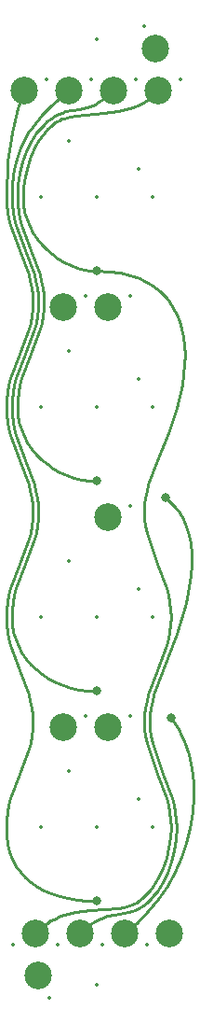
<source format=gbl>
%TF.GenerationSoftware,KiCad,Pcbnew,5.0.0+dfsg1-2*%
%TF.CreationDate,2019-02-10T19:26:03+01:00*%
%TF.ProjectId,yatara-puno-mx-4,7961746172612D70756E6F2D6D782D34,0.2*%
%TF.SameCoordinates,Original*%
%TF.FileFunction,Copper,L2,Bot,Signal*%
%TF.FilePolarity,Positive*%
%FSLAX46Y46*%
G04 Gerber Fmt 4.6, Leading zero omitted, Abs format (unit mm)*
G04 Created by KiCad (PCBNEW 5.0.0+dfsg1-2) date Sun Feb 10 19:26:03 2019*
%MOMM*%
%LPD*%
G01*
G04 APERTURE LIST*
%ADD10C,2.500000*%
%ADD11C,0.800000*%
%ADD12C,0.250000*%
%ADD13C,0.350000*%
G04 APERTURE END LIST*
D10*
X71460000Y-33398000D03*
X67396000Y-33398000D03*
X79588000Y-33398000D03*
X75524000Y-33398000D03*
X75016000Y-91183000D03*
X80602000Y-109852000D03*
X76538000Y-109852000D03*
X72476000Y-109852000D03*
X68410000Y-109852000D03*
X79334000Y-29588000D03*
X68664000Y-113662000D03*
X75016000Y-72133000D03*
X70952000Y-53083000D03*
X75016000Y-53083000D03*
X70952000Y-91183000D03*
D11*
X74000000Y-49781000D03*
X74000000Y-68831000D03*
X80223000Y-70355000D03*
X74000000Y-106931000D03*
X80763000Y-90345000D03*
X74000000Y-87881000D03*
D12*
X80704000Y-99505000D02*
X80731000Y-100200000D01*
X80628000Y-98845000D02*
X80704000Y-99505000D01*
X80510000Y-98215000D02*
X80628000Y-98845000D01*
X80357000Y-97611000D02*
X80510000Y-98215000D01*
X79532000Y-95359000D02*
X80357000Y-97611000D01*
X78704000Y-93147000D02*
X79532000Y-95359000D01*
X78548000Y-92565000D02*
X78704000Y-93147000D01*
X78428000Y-91962000D02*
X78548000Y-92565000D01*
X78348000Y-91334000D02*
X78428000Y-91962000D01*
X78318000Y-90675000D02*
X78348000Y-91334000D01*
X78342000Y-90016000D02*
X78318000Y-90675000D01*
X78416000Y-89388000D02*
X78342000Y-90016000D01*
X78533000Y-88785000D02*
X78416000Y-89388000D01*
X78686000Y-88203000D02*
X78533000Y-88785000D01*
X79517000Y-85991000D02*
X78686000Y-88203000D01*
X80351000Y-83739000D02*
X79517000Y-85991000D01*
X80507000Y-83135000D02*
X80351000Y-83739000D01*
X80626000Y-82505000D02*
X80507000Y-83135000D01*
X80704000Y-81845000D02*
X80626000Y-82505000D01*
X80731000Y-81150000D02*
X80704000Y-81845000D01*
X73401000Y-49747000D02*
X74000000Y-49781000D01*
X72799000Y-49648000D02*
X73401000Y-49747000D01*
X72200000Y-49486000D02*
X72799000Y-49648000D01*
X71609000Y-49265000D02*
X72200000Y-49486000D01*
X71032000Y-48987000D02*
X71609000Y-49265000D01*
X70475000Y-48656000D02*
X71032000Y-48987000D01*
X69944000Y-48274000D02*
X70475000Y-48656000D01*
X69444000Y-47844000D02*
X69944000Y-48274000D01*
X68981000Y-47370000D02*
X69444000Y-47844000D01*
X68562000Y-46854000D02*
X68981000Y-47370000D01*
X68191000Y-46299000D02*
X68562000Y-46854000D01*
X67874000Y-45709000D02*
X68191000Y-46299000D01*
X67618000Y-45086000D02*
X67874000Y-45709000D01*
X67428000Y-44433000D02*
X67618000Y-45086000D01*
X67310000Y-43753000D02*
X67428000Y-44433000D01*
X67269000Y-43050000D02*
X67310000Y-43753000D01*
X79335000Y-33672000D02*
X79588000Y-33398000D01*
X79070000Y-33920000D02*
X79335000Y-33672000D01*
X78794000Y-34144000D02*
X79070000Y-33920000D01*
X78508000Y-34345000D02*
X78794000Y-34144000D01*
X78212000Y-34525000D02*
X78508000Y-34345000D01*
X77908000Y-34684000D02*
X78212000Y-34525000D01*
X77279000Y-34949000D02*
X77908000Y-34684000D01*
X76627000Y-35150000D02*
X77279000Y-34949000D01*
X75962000Y-35299000D02*
X76627000Y-35150000D01*
X74618000Y-35482000D02*
X75962000Y-35299000D01*
X72092000Y-35704000D02*
X74618000Y-35482000D01*
X71539000Y-35793000D02*
X72092000Y-35704000D01*
X71033000Y-35918000D02*
X71539000Y-35793000D01*
X70800000Y-35997000D02*
X71033000Y-35918000D01*
X70581000Y-36090000D02*
X70800000Y-35997000D01*
X70377000Y-36196000D02*
X70581000Y-36090000D01*
X70190000Y-36319000D02*
X70377000Y-36196000D01*
X69843000Y-36598000D02*
X70190000Y-36319000D01*
X69518000Y-36910000D02*
X69843000Y-36598000D01*
X69213000Y-37252000D02*
X69518000Y-36910000D01*
X68930000Y-37621000D02*
X69213000Y-37252000D01*
X68668000Y-38013000D02*
X68930000Y-37621000D01*
X68429000Y-38426000D02*
X68668000Y-38013000D01*
X68015000Y-39304000D02*
X68429000Y-38426000D01*
X67691000Y-40228000D02*
X68015000Y-39304000D01*
X67458000Y-41177000D02*
X67691000Y-40228000D01*
X67316000Y-42125000D02*
X67458000Y-41177000D01*
X67269000Y-43050000D02*
X67316000Y-42125000D01*
X68665000Y-109578000D02*
X68412000Y-109852000D01*
X68930000Y-109330000D02*
X68665000Y-109578000D01*
X69206000Y-109106000D02*
X68930000Y-109330000D01*
X69492000Y-108905000D02*
X69206000Y-109106000D01*
X69788000Y-108725000D02*
X69492000Y-108905000D01*
X70092000Y-108566000D02*
X69788000Y-108725000D01*
X70721000Y-108301000D02*
X70092000Y-108566000D01*
X71373000Y-108100000D02*
X70721000Y-108301000D01*
X72038000Y-107951000D02*
X71373000Y-108100000D01*
X73382000Y-107768000D02*
X72038000Y-107951000D01*
X75908000Y-107546000D02*
X73382000Y-107768000D01*
X76461000Y-107457000D02*
X75908000Y-107546000D01*
X76967000Y-107332000D02*
X76461000Y-107457000D01*
X77200000Y-107253000D02*
X76967000Y-107332000D01*
X77419000Y-107160000D02*
X77200000Y-107253000D01*
X77623000Y-107054000D02*
X77419000Y-107160000D01*
X77810000Y-106931000D02*
X77623000Y-107054000D01*
X78157000Y-106652000D02*
X77810000Y-106931000D01*
X78482000Y-106340000D02*
X78157000Y-106652000D01*
X78787000Y-105998000D02*
X78482000Y-106340000D01*
X79070000Y-105629000D02*
X78787000Y-105998000D01*
X79332000Y-105237000D02*
X79070000Y-105629000D01*
X79571000Y-104824000D02*
X79332000Y-105237000D01*
X79985000Y-103947000D02*
X79571000Y-104824000D01*
X80309000Y-103022000D02*
X79985000Y-103947000D01*
X80542000Y-102073000D02*
X80309000Y-103022000D01*
X80684000Y-101125000D02*
X80542000Y-102073000D01*
X80731000Y-100200000D02*
X80684000Y-101125000D01*
X80701000Y-80448000D02*
X80728000Y-81143000D01*
X80625000Y-79788000D02*
X80701000Y-80448000D01*
X80507000Y-79158000D02*
X80625000Y-79788000D01*
X80354000Y-78554000D02*
X80507000Y-79158000D01*
X79529000Y-76303000D02*
X80354000Y-78554000D01*
X78701000Y-74090000D02*
X79529000Y-76303000D01*
X78545000Y-73508000D02*
X78701000Y-74090000D01*
X78425000Y-72905000D02*
X78545000Y-73508000D01*
X78346000Y-72277000D02*
X78425000Y-72905000D01*
X78315000Y-71618000D02*
X78346000Y-72277000D01*
X78339000Y-70960000D02*
X78315000Y-71618000D01*
X78413000Y-70331000D02*
X78339000Y-70960000D01*
X78530000Y-69729000D02*
X78413000Y-70331000D01*
X78684000Y-69147000D02*
X78530000Y-69729000D01*
X79514000Y-66934000D02*
X78684000Y-69147000D01*
X80536000Y-64474000D02*
X79514000Y-66934000D01*
X81280000Y-62204000D02*
X80536000Y-64474000D01*
X81758000Y-60124000D02*
X81280000Y-62204000D01*
X81984000Y-58233000D02*
X81758000Y-60124000D01*
X82006000Y-57359000D02*
X81984000Y-58233000D01*
X81970000Y-56533000D02*
X82006000Y-57359000D01*
X81876000Y-55755000D02*
X81970000Y-56533000D01*
X81726000Y-55023000D02*
X81876000Y-55755000D01*
X81523000Y-54340000D02*
X81726000Y-55023000D01*
X81267000Y-53704000D02*
X81523000Y-54340000D01*
X80960000Y-53116000D02*
X81267000Y-53704000D01*
X80604000Y-52575000D02*
X80960000Y-53116000D01*
X80335000Y-52236000D02*
X80604000Y-52575000D01*
X80046000Y-51919000D02*
X80335000Y-52236000D01*
X79735000Y-51624000D02*
X80046000Y-51919000D01*
X79403000Y-51350000D02*
X79735000Y-51624000D01*
X79051000Y-51099000D02*
X79403000Y-51350000D01*
X78680000Y-50869000D02*
X79051000Y-51099000D01*
X78290000Y-50661000D02*
X78680000Y-50869000D01*
X77881000Y-50475000D02*
X78290000Y-50661000D01*
X77010000Y-50168000D02*
X77881000Y-50475000D01*
X76069000Y-49950000D02*
X77010000Y-50168000D01*
X75064000Y-49818000D02*
X76069000Y-49950000D01*
X73997000Y-49774000D02*
X75064000Y-49818000D01*
X66788000Y-43745000D02*
X66761000Y-43050000D01*
X66864000Y-44405000D02*
X66788000Y-43745000D01*
X66982000Y-45035000D02*
X66864000Y-44405000D01*
X67135000Y-45639000D02*
X66982000Y-45035000D01*
X67960000Y-47891000D02*
X67135000Y-45639000D01*
X68788000Y-50103000D02*
X67960000Y-47891000D01*
X68944000Y-50685000D02*
X68788000Y-50103000D01*
X69064000Y-51288000D02*
X68944000Y-50685000D01*
X69144000Y-51916000D02*
X69064000Y-51288000D01*
X69174000Y-52575000D02*
X69144000Y-51916000D01*
X69150000Y-53234000D02*
X69174000Y-52575000D01*
X69076000Y-53862000D02*
X69150000Y-53234000D01*
X68959000Y-54465000D02*
X69076000Y-53862000D01*
X68806000Y-55047000D02*
X68959000Y-54465000D01*
X67975000Y-57259000D02*
X68806000Y-55047000D01*
X67141000Y-59511000D02*
X67975000Y-57259000D01*
X66985000Y-60115000D02*
X67141000Y-59511000D01*
X66866000Y-60745000D02*
X66985000Y-60115000D01*
X66788000Y-61405000D02*
X66866000Y-60745000D01*
X66761000Y-62100000D02*
X66788000Y-61405000D01*
X75056000Y-33836000D02*
X75524000Y-33398000D01*
X74616000Y-34191000D02*
X75056000Y-33836000D01*
X74202000Y-34471000D02*
X74616000Y-34191000D01*
X73810000Y-34687000D02*
X74202000Y-34471000D01*
X73439000Y-34849000D02*
X73810000Y-34687000D01*
X73084000Y-34967000D02*
X73439000Y-34849000D01*
X72413000Y-35112000D02*
X73084000Y-34967000D01*
X71143000Y-35315000D02*
X72413000Y-35112000D01*
X70823000Y-35406000D02*
X71143000Y-35315000D01*
X70496000Y-35534000D02*
X70823000Y-35406000D01*
X70159000Y-35708000D02*
X70496000Y-35534000D01*
X69809000Y-35938000D02*
X70159000Y-35708000D01*
X69461000Y-36216000D02*
X69809000Y-35938000D01*
X69131000Y-36525000D02*
X69461000Y-36216000D01*
X68820000Y-36863000D02*
X69131000Y-36525000D01*
X68529000Y-37228000D02*
X68820000Y-36863000D01*
X68258000Y-37618000D02*
X68529000Y-37228000D01*
X68007000Y-38032000D02*
X68258000Y-37618000D01*
X67571000Y-38923000D02*
X68007000Y-38032000D01*
X67223000Y-39884000D02*
X67571000Y-38923000D01*
X66969000Y-40903000D02*
X67223000Y-39884000D01*
X66814000Y-41963000D02*
X66969000Y-40903000D01*
X66761000Y-43050000D02*
X66814000Y-41963000D01*
X73291000Y-68797000D02*
X74000000Y-68831000D01*
X72595000Y-68698000D02*
X73291000Y-68797000D01*
X71917000Y-68536000D02*
X72595000Y-68698000D01*
X71262000Y-68315000D02*
X71917000Y-68536000D01*
X70633000Y-68037000D02*
X71262000Y-68315000D01*
X70035000Y-67706000D02*
X70633000Y-68037000D01*
X69473000Y-67324000D02*
X70035000Y-67706000D01*
X68952000Y-66894000D02*
X69473000Y-67324000D01*
X68475000Y-66420000D02*
X68952000Y-66894000D01*
X68047000Y-65904000D02*
X68475000Y-66420000D01*
X67673000Y-65349000D02*
X68047000Y-65904000D01*
X67356000Y-64759000D02*
X67673000Y-65349000D01*
X67103000Y-64136000D02*
X67356000Y-64759000D01*
X66916000Y-63483000D02*
X67103000Y-64136000D01*
X66800000Y-62803000D02*
X66916000Y-63483000D01*
X66761000Y-62100000D02*
X66800000Y-62803000D01*
X72944000Y-109414000D02*
X72476000Y-109852000D01*
X73384000Y-109059000D02*
X72944000Y-109414000D01*
X73798000Y-108779000D02*
X73384000Y-109059000D01*
X74190000Y-108563000D02*
X73798000Y-108779000D01*
X74561000Y-108401000D02*
X74190000Y-108563000D01*
X74916000Y-108283000D02*
X74561000Y-108401000D01*
X75587000Y-108138000D02*
X74916000Y-108283000D01*
X76857000Y-107935000D02*
X75587000Y-108138000D01*
X77177000Y-107844000D02*
X76857000Y-107935000D01*
X77504000Y-107716000D02*
X77177000Y-107844000D01*
X77841000Y-107542000D02*
X77504000Y-107716000D01*
X78191000Y-107312000D02*
X77841000Y-107542000D01*
X78539000Y-107034000D02*
X78191000Y-107312000D01*
X78869000Y-106725000D02*
X78539000Y-107034000D01*
X79180000Y-106387000D02*
X78869000Y-106725000D01*
X79471000Y-106022000D02*
X79180000Y-106387000D01*
X79742000Y-105632000D02*
X79471000Y-106022000D01*
X79993000Y-105218000D02*
X79742000Y-105632000D01*
X80429000Y-104328000D02*
X79993000Y-105218000D01*
X80777000Y-103366000D02*
X80429000Y-104328000D01*
X81031000Y-102347000D02*
X80777000Y-103366000D01*
X81186000Y-101287000D02*
X81031000Y-102347000D01*
X81239000Y-100200000D02*
X81186000Y-101287000D01*
X81212000Y-99505000D02*
X81239000Y-100200000D01*
X81136000Y-98845000D02*
X81212000Y-99505000D01*
X81018000Y-98215000D02*
X81136000Y-98845000D01*
X80865000Y-97611000D02*
X81018000Y-98215000D01*
X80040000Y-95359000D02*
X80865000Y-97611000D01*
X79212000Y-93147000D02*
X80040000Y-95359000D01*
X79056000Y-92565000D02*
X79212000Y-93147000D01*
X78936000Y-91962000D02*
X79056000Y-92565000D01*
X78856000Y-91334000D02*
X78936000Y-91962000D01*
X78826000Y-90675000D02*
X78856000Y-91334000D01*
X78850000Y-90016000D02*
X78826000Y-90675000D01*
X78924000Y-89388000D02*
X78850000Y-90016000D01*
X79041000Y-88785000D02*
X78924000Y-89388000D01*
X79194000Y-88203000D02*
X79041000Y-88785000D01*
X80025000Y-85991000D02*
X79194000Y-88203000D01*
X81291000Y-82704000D02*
X80025000Y-85991000D01*
X82116000Y-79861000D02*
X81291000Y-82704000D01*
X82545000Y-77431000D02*
X82116000Y-79861000D01*
X82623000Y-76360000D02*
X82545000Y-77431000D01*
X82619000Y-75381000D02*
X82623000Y-76360000D01*
X82536000Y-74489000D02*
X82619000Y-75381000D01*
X82381000Y-73680000D02*
X82536000Y-74489000D01*
X82158000Y-72951000D02*
X82381000Y-73680000D01*
X81873000Y-72297000D02*
X82158000Y-72951000D01*
X81532000Y-71714000D02*
X81873000Y-72297000D01*
X81140000Y-71199000D02*
X81532000Y-71714000D01*
X80702000Y-70747000D02*
X81140000Y-71199000D01*
X80223000Y-70355000D02*
X80702000Y-70747000D01*
X65772000Y-43745000D02*
X65745000Y-43050000D01*
X65848000Y-44405000D02*
X65772000Y-43745000D01*
X65966000Y-45035000D02*
X65848000Y-44405000D01*
X66119000Y-45639000D02*
X65966000Y-45035000D01*
X66944000Y-47891000D02*
X66119000Y-45639000D01*
X67772000Y-50103000D02*
X66944000Y-47891000D01*
X67928000Y-50685000D02*
X67772000Y-50103000D01*
X68048000Y-51288000D02*
X67928000Y-50685000D01*
X68128000Y-51916000D02*
X68048000Y-51288000D01*
X68158000Y-52575000D02*
X68128000Y-51916000D01*
X68134000Y-53234000D02*
X68158000Y-52575000D01*
X68060000Y-53862000D02*
X68134000Y-53234000D01*
X67943000Y-54465000D02*
X68060000Y-53862000D01*
X67790000Y-55047000D02*
X67943000Y-54465000D01*
X66959000Y-57259000D02*
X67790000Y-55047000D01*
X66125000Y-59511000D02*
X66959000Y-57259000D01*
X65969000Y-60115000D02*
X66125000Y-59511000D01*
X65850000Y-60745000D02*
X65969000Y-60115000D01*
X65772000Y-61405000D02*
X65850000Y-60745000D01*
X65745000Y-62100000D02*
X65772000Y-61405000D01*
X65772000Y-62795000D02*
X65745000Y-62100000D01*
X65848000Y-63455000D02*
X65772000Y-62795000D01*
X65966000Y-64085000D02*
X65848000Y-63455000D01*
X66119000Y-64689000D02*
X65966000Y-64085000D01*
X66944000Y-66941000D02*
X66119000Y-64689000D01*
X67772000Y-69153000D02*
X66944000Y-66941000D01*
X67928000Y-69735000D02*
X67772000Y-69153000D01*
X68048000Y-70338000D02*
X67928000Y-69735000D01*
X68128000Y-70966000D02*
X68048000Y-70338000D01*
X68158000Y-71625000D02*
X68128000Y-70966000D01*
X68134000Y-72284000D02*
X68158000Y-71625000D01*
X68060000Y-72912000D02*
X68134000Y-72284000D01*
X67943000Y-73515000D02*
X68060000Y-72912000D01*
X67790000Y-74097000D02*
X67943000Y-73515000D01*
X66959000Y-76309000D02*
X67790000Y-74097000D01*
X66125000Y-78561000D02*
X66959000Y-76309000D01*
X65969000Y-79165000D02*
X66125000Y-78561000D01*
X65850000Y-79795000D02*
X65969000Y-79165000D01*
X65772000Y-80455000D02*
X65850000Y-79795000D01*
X65745000Y-81150000D02*
X65772000Y-80455000D01*
X65772000Y-81845000D02*
X65745000Y-81150000D01*
X65848000Y-82505000D02*
X65772000Y-81845000D01*
X65966000Y-83135000D02*
X65848000Y-82505000D01*
X66119000Y-83739000D02*
X65966000Y-83135000D01*
X66944000Y-85991000D02*
X66119000Y-83739000D01*
X67772000Y-88203000D02*
X66944000Y-85991000D01*
X67928000Y-88785000D02*
X67772000Y-88203000D01*
X68048000Y-89388000D02*
X67928000Y-88785000D01*
X68128000Y-90016000D02*
X68048000Y-89388000D01*
X68158000Y-90675000D02*
X68128000Y-90016000D01*
X68134000Y-91334000D02*
X68158000Y-90675000D01*
X68060000Y-91962000D02*
X68134000Y-91334000D01*
X67943000Y-92565000D02*
X68060000Y-91962000D01*
X67790000Y-93147000D02*
X67943000Y-92565000D01*
X66959000Y-95359000D02*
X67790000Y-93147000D01*
X66125000Y-97611000D02*
X66959000Y-95359000D01*
X65969000Y-98215000D02*
X66125000Y-97611000D01*
X65850000Y-98845000D02*
X65969000Y-98215000D01*
X65772000Y-99505000D02*
X65850000Y-98845000D01*
X65745000Y-100200000D02*
X65772000Y-99505000D01*
X65782000Y-101008000D02*
X65745000Y-100200000D01*
X65891000Y-101765000D02*
X65782000Y-101008000D01*
X66071000Y-102472000D02*
X65891000Y-101765000D01*
X66320000Y-103127000D02*
X66071000Y-102472000D01*
X66636000Y-103731000D02*
X66320000Y-103127000D01*
X67017000Y-104283000D02*
X66636000Y-103731000D01*
X67462000Y-104784000D02*
X67017000Y-104283000D01*
X67968000Y-105232000D02*
X67462000Y-104784000D01*
X68533000Y-105629000D02*
X67968000Y-105232000D01*
X69156000Y-105973000D02*
X68533000Y-105629000D01*
X69834000Y-106265000D02*
X69156000Y-105973000D01*
X70567000Y-106504000D02*
X69834000Y-106265000D01*
X71352000Y-106691000D02*
X70567000Y-106504000D01*
X72187000Y-106824000D02*
X71352000Y-106691000D01*
X73070000Y-106904000D02*
X72187000Y-106824000D01*
X74000000Y-106931000D02*
X73070000Y-106904000D01*
X66817000Y-35057000D02*
X67396000Y-33398000D01*
X66285000Y-37198000D02*
X66817000Y-35057000D01*
X65896000Y-39852000D02*
X66285000Y-37198000D01*
X65745000Y-43050000D02*
X65896000Y-39852000D01*
X69825000Y-34771000D02*
X71460000Y-33398000D01*
X68957000Y-35641000D02*
X69825000Y-34771000D01*
X68127000Y-36675000D02*
X68957000Y-35641000D01*
X67742000Y-37263000D02*
X68127000Y-36675000D01*
X67387000Y-37902000D02*
X67742000Y-37263000D01*
X67069000Y-38598000D02*
X67387000Y-37902000D01*
X66793000Y-39354000D02*
X67069000Y-38598000D01*
X66567000Y-40173000D02*
X66793000Y-39354000D01*
X66397000Y-41059000D02*
X66567000Y-40173000D01*
X66290000Y-42017000D02*
X66397000Y-41059000D01*
X66253000Y-43050000D02*
X66290000Y-42017000D01*
X66280000Y-62795000D02*
X66253000Y-62100000D01*
X66356000Y-63455000D02*
X66280000Y-62795000D01*
X66474000Y-64085000D02*
X66356000Y-63455000D01*
X66627000Y-64689000D02*
X66474000Y-64085000D01*
X67452000Y-66941000D02*
X66627000Y-64689000D01*
X68280000Y-69153000D02*
X67452000Y-66941000D01*
X68436000Y-69735000D02*
X68280000Y-69153000D01*
X68556000Y-70338000D02*
X68436000Y-69735000D01*
X68636000Y-70966000D02*
X68556000Y-70338000D01*
X68666000Y-71625000D02*
X68636000Y-70966000D01*
X68642000Y-72284000D02*
X68666000Y-71625000D01*
X68568000Y-72912000D02*
X68642000Y-72284000D01*
X68451000Y-73515000D02*
X68568000Y-72912000D01*
X68298000Y-74097000D02*
X68451000Y-73515000D01*
X67467000Y-76309000D02*
X68298000Y-74097000D01*
X66633000Y-78561000D02*
X67467000Y-76309000D01*
X66477000Y-79165000D02*
X66633000Y-78561000D01*
X66358000Y-79795000D02*
X66477000Y-79165000D01*
X66280000Y-80455000D02*
X66358000Y-79795000D01*
X66253000Y-81150000D02*
X66280000Y-80455000D01*
X66280000Y-43745000D02*
X66253000Y-43050000D01*
X66356000Y-44405000D02*
X66280000Y-43745000D01*
X66474000Y-45035000D02*
X66356000Y-44405000D01*
X66627000Y-45639000D02*
X66474000Y-45035000D01*
X67452000Y-47891000D02*
X66627000Y-45639000D01*
X68280000Y-50103000D02*
X67452000Y-47891000D01*
X68436000Y-50685000D02*
X68280000Y-50103000D01*
X68556000Y-51288000D02*
X68436000Y-50685000D01*
X68636000Y-51916000D02*
X68556000Y-51288000D01*
X68666000Y-52575000D02*
X68636000Y-51916000D01*
X68642000Y-53234000D02*
X68666000Y-52575000D01*
X68568000Y-53862000D02*
X68642000Y-53234000D01*
X68451000Y-54465000D02*
X68568000Y-53862000D01*
X68298000Y-55047000D02*
X68451000Y-54465000D01*
X67467000Y-57259000D02*
X68298000Y-55047000D01*
X66633000Y-59511000D02*
X67467000Y-57259000D01*
X66477000Y-60115000D02*
X66633000Y-59511000D01*
X66358000Y-60745000D02*
X66477000Y-60115000D01*
X66280000Y-61405000D02*
X66358000Y-60745000D01*
X66253000Y-62100000D02*
X66280000Y-61405000D01*
X73180000Y-87847000D02*
X74000000Y-87881000D01*
X72391000Y-87748000D02*
X73180000Y-87847000D01*
X71634000Y-87586000D02*
X72391000Y-87748000D01*
X70914000Y-87365000D02*
X71634000Y-87586000D01*
X70234000Y-87087000D02*
X70914000Y-87365000D01*
X69595000Y-86756000D02*
X70234000Y-87087000D01*
X69003000Y-86374000D02*
X69595000Y-86756000D01*
X68460000Y-85944000D02*
X69003000Y-86374000D01*
X67968000Y-85470000D02*
X68460000Y-85944000D01*
X67532000Y-84954000D02*
X67968000Y-85470000D01*
X67154000Y-84399000D02*
X67532000Y-84954000D01*
X66838000Y-83809000D02*
X67154000Y-84399000D01*
X66587000Y-83186000D02*
X66838000Y-83809000D01*
X66404000Y-82533000D02*
X66587000Y-83186000D01*
X66291000Y-81853000D02*
X66404000Y-82533000D01*
X66253000Y-81150000D02*
X66291000Y-81853000D01*
X77655000Y-108915000D02*
X76540000Y-109852000D01*
X78669000Y-107876000D02*
X77655000Y-108915000D01*
X79580000Y-106747000D02*
X78669000Y-107876000D01*
X80384000Y-105544000D02*
X79580000Y-106747000D01*
X81079000Y-104279000D02*
X80384000Y-105544000D01*
X81663000Y-102968000D02*
X81079000Y-104279000D01*
X82132000Y-101624000D02*
X81663000Y-102968000D01*
X82484000Y-100260000D02*
X82132000Y-101624000D01*
X82717000Y-98892000D02*
X82484000Y-100260000D01*
X82827000Y-97532000D02*
X82717000Y-98892000D01*
X82811000Y-96195000D02*
X82827000Y-97532000D01*
X82668000Y-94896000D02*
X82811000Y-96195000D01*
X82394000Y-93647000D02*
X82668000Y-94896000D01*
X81987000Y-92463000D02*
X82394000Y-93647000D01*
X81733000Y-91899000D02*
X81987000Y-92463000D01*
X81444000Y-91357000D02*
X81733000Y-91899000D01*
X81121000Y-90839000D02*
X81444000Y-91357000D01*
X80763000Y-90345000D02*
X81121000Y-90839000D01*
D13*
X74000000Y-49781000D03*
X74000000Y-68831000D03*
X80223000Y-70355000D03*
X74000000Y-106931000D03*
X80763000Y-90345000D03*
X74000000Y-87881000D03*
X71460000Y-33398000D03*
X67396000Y-33398000D03*
X79588000Y-33398000D03*
X75524000Y-33398000D03*
X75016000Y-91183000D03*
X77810000Y-40510000D03*
X71460000Y-37970000D03*
X68920000Y-43050000D03*
X79080000Y-43050000D03*
X74000000Y-43050000D03*
X74000000Y-100200000D03*
X79080000Y-100200000D03*
X68920000Y-100200000D03*
X71460000Y-95120000D03*
X77810000Y-97660000D03*
X77810000Y-78610000D03*
X71460000Y-76070000D03*
X68920000Y-81150000D03*
X79080000Y-81150000D03*
X74000000Y-81150000D03*
X74000000Y-62100000D03*
X79080000Y-62100000D03*
X68920000Y-62100000D03*
X71460000Y-57020000D03*
X77810000Y-59560000D03*
X80602000Y-109852000D03*
X76538000Y-109852000D03*
X72476000Y-109852000D03*
X68410000Y-109852000D03*
X79334000Y-29588000D03*
X68664000Y-113662000D03*
X75016000Y-72133000D03*
X70952000Y-53083000D03*
X75016000Y-53083000D03*
X70952000Y-91183000D03*
X77048000Y-52067000D03*
X72984000Y-52067000D03*
X77048000Y-71117000D03*
X72984000Y-90167000D03*
X69682000Y-115694000D03*
X66380000Y-110868000D03*
X78572000Y-110868000D03*
X74508000Y-110868000D03*
X70444000Y-110868000D03*
X77048000Y-90167000D03*
X81620000Y-32382000D03*
X77556000Y-32382000D03*
X73492000Y-32382000D03*
X69428000Y-32382000D03*
X74000000Y-114487500D03*
X74000000Y-28762500D03*
X78318000Y-27556000D03*
M02*

</source>
